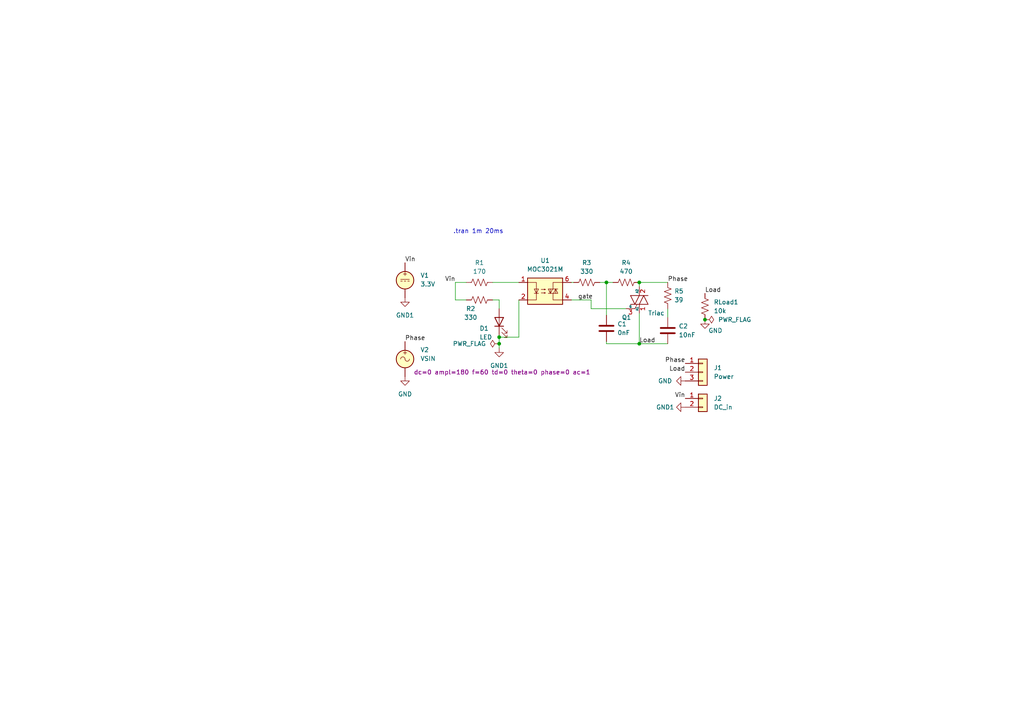
<source format=kicad_sch>
(kicad_sch (version 20230121) (generator eeschema)
  (paper "A4")
  (lib_symbols
    (symbol "Connector_Generic:Conn_01x02" (pin_names (offset 1.016) hide)
      (property "Reference" "J" (at 0 2.54 0))
      (property "Value" "Conn_01x02" (at 0 -5.08 0))
      (symbol "Conn_01x02_1_1"
        (rectangle (start -1.27 -2.413) (end 0 -2.667) (stroke (width 0.1524)))
        (rectangle (start -1.27 0.127) (end 0 -0.127) (stroke (width 0.1524)))
        (rectangle (start -1.27 1.27) (end 1.27 -3.81) (stroke (width 0.254)) (fill (type background)))
        (pin passive line (at -5.08 0 0) (length 3.81) (name "Pin_1") (number "1"))
        (pin passive line (at -5.08 -2.54 0) (length 3.81) (name "Pin_2") (number "2"))
      )
    )
    (symbol "Connector_Generic:Conn_01x03" (pin_names (offset 1.016) hide)
      (property "Reference" "J" (at 0 5.08 0))
      (property "Value" "Conn_01x03" (at 0 -5.08 0))
      (symbol "Conn_01x03_1_1"
        (rectangle (start -1.27 -2.413) (end 0 -2.667) (stroke (width 0.1524)))
        (rectangle (start -1.27 0.127) (end 0 -0.127) (stroke (width 0.1524)))
        (rectangle (start -1.27 2.667) (end 0 2.413) (stroke (width 0.1524)))
        (rectangle (start -1.27 3.81) (end 1.27 -3.81) (stroke (width 0.254)) (fill (type background)))
        (pin passive line (at -5.08 2.54 0) (length 3.81) (name "Pin_1") (number "1"))
        (pin passive line (at -5.08 0 0) (length 3.81) (name "Pin_2") (number "2"))
        (pin passive line (at -5.08 -2.54 0) (length 3.81) (name "Pin_3") (number "3"))
      )
    )
    (symbol "Device:C" (pin_numbers hide) (pin_names (offset 0.254))
      (property "Reference" "C" (at 0.635 2.54 0))
      (property "Value" "C" (at 0.635 -2.54 0))
      (symbol "C_0_1"
        (polyline (pts (xy -2.032 -0.762) (xy 2.032 -0.762)) (stroke (width 0.508)))
        (polyline (pts (xy -2.032 0.762) (xy 2.032 0.762)) (stroke (width 0.508)))
      )
      (symbol "C_1_1"
        (pin passive line (at 0 3.81 270) (length 2.794) (name "~") (number "1"))
        (pin passive line (at 0 -3.81 90) (length 2.794) (name "~") (number "2"))
      )
    )
    (symbol "Device:LED" (pin_numbers hide) (pin_names (offset 1.016) hide)
      (property "Reference" "D" (at 0 2.54 0))
      (property "Value" "LED" (at 0 -2.54 0))
      (symbol "LED_0_1"
        (polyline (pts (xy -1.27 -1.27) (xy -1.27 1.27)) (stroke (width 0.254)))
        (polyline (pts (xy -1.27 0) (xy 1.27 0)))
        (polyline (pts (xy 1.27 -1.27) (xy 1.27 1.27) (xy -1.27 0) (xy 1.27 -1.27)) (stroke (width 0.254)))
        (polyline (pts (xy -3.048 -0.762) (xy -4.572 -2.286) (xy -3.81 -2.286) (xy -4.572 -2.286) (xy -4.572 -1.524)))
        (polyline (pts (xy -1.778 -0.762) (xy -3.302 -2.286) (xy -2.54 -2.286) (xy -3.302 -2.286) (xy -3.302 -1.524)))
      )
      (symbol "LED_1_1"
        (pin passive line (at -3.81 0 0) (length 2.54) (name "K") (number "1"))
        (pin passive line (at 3.81 0 180) (length 2.54) (name "A") (number "2"))
      )
    )
    (symbol "Device:R_US" (pin_numbers hide) (pin_names (offset 0))
      (property "Reference" "R" (at 2.54 0 90))
      (property "Value" "R_US" (at -2.54 0 90))
      (symbol "R_US_0_1"
        (polyline (pts (xy 0 -2.286) (xy 0 -2.54)))
        (polyline (pts (xy 0 2.286) (xy 0 2.54)))
        (polyline (pts (xy 0 -0.762) (xy 1.016 -1.143) (xy 0 -1.524) (xy -1.016 -1.905) (xy 0 -2.286)))
        (polyline (pts (xy 0 0.762) (xy 1.016 0.381) (xy 0 0) (xy -1.016 -0.381) (xy 0 -0.762)))
        (polyline (pts (xy 0 2.286) (xy 1.016 1.905) (xy 0 1.524) (xy -1.016 1.143) (xy 0 0.762)))
      )
      (symbol "R_US_1_1"
        (pin passive line (at 0 3.81 270) (length 1.27) (name "~") (number "1"))
        (pin passive line (at 0 -3.81 90) (length 1.27) (name "~") (number "2"))
      )
    )
    (symbol "Relay_SolidState:MOC3021M"
      (property "Reference" "U" (at -5.334 4.826 0))
      (property "Value" "MOC3021M" (at 0 5.08 0))
      (symbol "MOC3021M_0_1"
        (rectangle (start -5.08 3.81) (end 5.08 -3.81) (stroke (width 0.254)) (fill (type background)))
        (polyline (pts (xy -3.175 -0.635) (xy -1.905 -0.635)))
        (polyline (pts (xy 1.524 -0.635) (xy 1.524 0.635)))
        (polyline (pts (xy 3.048 0.635) (xy 3.048 -0.635)))
        (polyline (pts (xy 2.286 -0.635) (xy 2.286 -2.54) (xy 5.08 -2.54)))
        (polyline (pts (xy 2.286 0.635) (xy 2.286 2.54) (xy 5.08 2.54)))
        (polyline (pts (xy -5.08 2.54) (xy -2.54 2.54) (xy -2.54 -2.54) (xy -5.08 -2.54)))
        (polyline (pts (xy -2.54 -0.635) (xy -3.175 0.635) (xy -1.905 0.635) (xy -2.54 -0.635)))
        (polyline (pts (xy 0.889 -0.635) (xy 3.683 -0.635) (xy 3.048 0.635) (xy 2.413 -0.635)))
        (polyline (pts (xy 3.683 0.635) (xy 0.889 0.635) (xy 1.524 -0.635) (xy 2.159 0.635)))
        (polyline (pts (xy -1.143 -0.508) (xy 0.127 -0.508) (xy -0.254 -0.635) (xy -0.254 -0.381) (xy 0.127 -0.508)))
        (polyline (pts (xy -1.143 0.508) (xy 0.127 0.508) (xy -0.254 0.381) (xy -0.254 0.635) (xy 0.127 0.508)))
      )
      (symbol "MOC3021M_1_1"
        (pin passive line (at -7.62 2.54 0) (length 2.54) (name "~") (number "1"))
        (pin passive line (at -7.62 -2.54 0) (length 2.54) (name "~") (number "2"))
        (pin no_connect line (at -5.08 0 0) (length 2.54) hide (name "NC") (number "3"))
        (pin passive line (at 7.62 -2.54 180) (length 2.54) (name "~") (number "4"))
        (pin no_connect line (at 5.08 0 180) (length 2.54) hide (name "NC") (number "5"))
        (pin passive line (at 7.62 2.54 180) (length 2.54) (name "~") (number "6"))
      )
    )
    (symbol "Simulation_SPICE:VDC" (pin_numbers hide) (pin_names (offset 0.0254))
      (property "Reference" "V" (at 2.54 2.54 0))
      (property "Value" "1" (at 2.54 0 0))
      (symbol "VDC_0_0"
        (polyline (pts (xy -1.27 0.254) (xy 1.27 0.254)))
        (polyline (pts (xy -0.762 -0.254) (xy -1.27 -0.254)))
        (polyline (pts (xy 0.254 -0.254) (xy -0.254 -0.254)))
        (polyline (pts (xy 1.27 -0.254) (xy 0.762 -0.254)))
        (text "+" (at 0 1.905 0) (effects (font (size 1.27 1.27))))
      )
      (symbol "VDC_0_1"
        (circle (center 0 0) (radius 2.54) (stroke (width 0.254)) (fill (type background)))
      )
      (symbol "VDC_1_1"
        (pin passive line (at 0 5.08 270) (length 2.54) (name "~") (number "1"))
        (pin passive line (at 0 -5.08 90) (length 2.54) (name "~") (number "2"))
      )
    )
    (symbol "Simulation_SPICE:VSIN" (pin_numbers hide) (pin_names (offset 0.0254))
      (property "Reference" "V" (at 2.54 2.54 0))
      (property "Value" "VSIN" (at 2.54 0 0))
      (property "Sim.Params" "dc=0 ampl=1 f=1k ac=1" (at 2.54 -2.54 0))
      (symbol "VSIN_0_0"
        (arc (start 0 0) (mid -0.635 0.6323) (end -1.27 0))
        (arc (start 0 0) (mid 0.635 -0.6323) (end 1.27 0))
        (text "+" (at 0 1.905 0) (effects (font (size 1.27 1.27))))
      )
      (symbol "VSIN_0_1"
        (circle (center 0 0) (radius 2.54) (stroke (width 0.254)) (fill (type background)))
      )
      (symbol "VSIN_1_1"
        (pin passive line (at 0 5.08 270) (length 2.54) (name "~") (number "1"))
        (pin passive line (at 0 -5.08 90) (length 2.54) (name "~") (number "2"))
      )
    )
    (symbol "Triac_Thyristor:BT136-600" (pin_names (offset 0))
      (property "Reference" "Q" (at 5.08 1.905 0))
      (property "Value" "BT136-600" (at 5.08 0 0))
      (symbol "BT136-600_0_1"
        (polyline (pts (xy -2.54 -1.27) (xy 2.54 -1.27)) (stroke (width 0.2032)))
        (polyline (pts (xy -2.54 1.27) (xy 2.54 1.27)) (stroke (width 0.2032)))
        (polyline (pts (xy -1.27 -2.54) (xy -0.635 -1.27)))
        (polyline (pts (xy -2.54 1.27) (xy -1.27 -1.27) (xy 0 1.27)) (stroke (width 0.2032)))
        (polyline (pts (xy 0 -1.27) (xy 1.27 1.27) (xy 2.54 -1.27)) (stroke (width 0.2032)))
      )
      (symbol "BT136-600_1_1"
        (pin passive line (at 0 -3.81 90) (length 2.54) (name "A1") (number "1"))
        (pin passive line (at 0 3.81 270) (length 2.54) (name "A2") (number "2"))
        (pin input line (at -3.81 -2.54 0) (length 2.54) (name "G") (number "3"))
      )
    )
    (symbol "power:GND" (power) (pin_names (offset 0))
      (property "Value" "GND" (at 0 -3.81 0))
      (symbol "GND_0_1"
        (polyline (pts (xy 0 0) (xy 0 -1.27) (xy 1.27 -1.27) (xy 0 -2.54) (xy -1.27 -1.27) (xy 0 -1.27)))
      )
      (symbol "GND_1_1"
        (pin power_in line (at 0 0 270) (length 0) hide (name "GND") (number "1"))
      )
    )
    (symbol "power:GND1" (power) (pin_names (offset 0))
      (property "Value" "GND1" (at 0 -3.81 0))
      (symbol "GND1_0_1"
        (polyline (pts (xy 0 0) (xy 0 -1.27) (xy 1.27 -1.27) (xy 0 -2.54) (xy -1.27 -1.27) (xy 0 -1.27)))
      )
      (symbol "GND1_1_1"
        (pin power_in line (at 0 0 270) (length 0) hide (name "GND1") (number "1"))
      )
    )
    (symbol "power:PWR_FLAG" (power) (pin_numbers hide) (pin_names (offset 0) hide)
      (property "Value" "PWR_FLAG" (at 0 3.81 0))
      (symbol "PWR_FLAG_0_0"
        (pin power_out line (at 0 0 90) (length 0) (name "pwr") (number "1"))
      )
      (symbol "PWR_FLAG_0_1"
        (polyline (pts (xy 0 0) (xy 0 1.27) (xy -1.016 1.905) (xy 0 2.54) (xy 1.016 1.905) (xy 0 1.27)))
      )
    )
  )
  (junction (at 185.42 81.915))
  (junction (at 144.78 97.79))
  (junction (at 204.47 92.71))
  (junction (at 185.42 99.695))
  (junction (at 175.895 81.915))
  (junction (at 144.78 99.695))
  (wire (pts (xy 185.42 81.915) (xy 185.42 83.185)))
  (wire (pts (xy 142.875 81.915) (xy 150.495 81.915)))
  (wire (pts (xy 185.42 99.695) (xy 193.675 99.695)))
  (wire (pts (xy 150.495 97.79) (xy 144.78 97.79)))
  (wire (pts (xy 165.735 86.995) (xy 171.45 86.995)))
  (wire (pts (xy 193.675 89.535) (xy 193.675 92.075)))
  (wire (pts (xy 142.875 86.995) (xy 144.78 86.995)))
  (wire (pts (xy 173.99 81.915) (xy 175.895 81.915)))
  (wire (pts (xy 144.78 100.965) (xy 144.78 99.695)))
  (wire (pts (xy 132.08 81.915) (xy 135.255 81.915)))
  (wire (pts (xy 132.08 86.995) (xy 135.255 86.995)))
  (wire (pts (xy 150.495 86.995) (xy 150.495 97.79)))
  (wire (pts (xy 144.78 99.695) (xy 144.78 97.79)))
  (wire (pts (xy 165.735 81.915) (xy 166.37 81.915)))
  (wire (pts (xy 175.895 99.06) (xy 175.895 99.695)))
  (wire (pts (xy 132.08 81.915) (xy 132.08 86.995)))
  (wire (pts (xy 185.42 81.915) (xy 193.675 81.915)))
  (wire (pts (xy 181.61 89.535) (xy 171.45 89.535)))
  (wire (pts (xy 185.42 90.805) (xy 185.42 99.695)))
  (wire (pts (xy 175.895 81.915) (xy 177.8 81.915)))
  (wire (pts (xy 144.78 86.995) (xy 144.78 89.535)))
  (wire (pts (xy 175.895 99.695) (xy 185.42 99.695)))
  (wire (pts (xy 171.45 89.535) (xy 171.45 86.995)))
  (wire (pts (xy 175.895 81.915) (xy 175.895 91.44)))
  (wire (pts (xy 144.78 97.155) (xy 144.78 97.79)))
  (text ".tran 1m 20ms" (at 131.445 67.945 0) (effects (font (size 1.27 1.27)) (justify left bottom)))
  (label "Vin" (at 132.08 81.915 180))
  (label "gate" (at 167.64 86.995 0))
  (label "Load" (at 185.42 99.695 0))
  (label "Phase" (at 117.475 99.06 0))
  (label "Load" (at 204.47 85.09 0))
  (label "Phase" (at 193.675 81.915 0))
  (label "Load" (at 198.755 107.95 180))
  (label "Phase" (at 198.755 105.41 180))
  (label "Vin" (at 117.475 76.2 0))
  (label "Vin" (at 198.755 115.57 180))
  (symbol (lib_id "Device:R_US") (at 139.065 86.995 90) (unit 1)
    (property "Reference" "R2" (at 136.525 89.535 90))
    (property "Value" "330" (at 136.525 92.075 90))
    (property "Footprint" "Resistor_SMD:R_0805_2012Metric_Pad1.20x1.40mm_HandSolder" (effects hide))
  )
  (symbol (lib_id "Device:R_US") (at 170.18 81.915 90) (unit 1)
    (property "Reference" "R3" (at 170.18 76.2 90))
    (property "Value" "330" (at 170.18 78.74 90))
    (property "Footprint" "Resistor_THT:R_Axial_DIN0207_L6.3mm_D2.5mm_P7.62mm_Horizontal" (effects hide))
  )
  (symbol (lib_id "power:PWR_FLAG") (at 144.78 99.695 90) (unit 1)
    (property "Reference" "#FLG01" (effects hide))
    (property "Value" "PWR_FLAG" (at 140.97 99.695 90) (effects (justify left)))
  )
  (symbol (lib_id "Device:R_US") (at 193.675 85.725 180) (unit 1)
    (property "Reference" "R5" (at 195.58 84.455 0) (effects (justify right)))
    (property "Value" "39" (at 195.58 86.995 0) (effects (justify right)))
    (property "Footprint" "Resistor_THT:R_Axial_DIN0207_L6.3mm_D2.5mm_P7.62mm_Horizontal" (effects hide))
  )
  (symbol (lib_id "Device:C") (at 193.675 95.885 0) (unit 1)
    (property "Reference" "C2" (at 196.85 94.615 0) (effects (justify left)))
    (property "Value" "10nF" (at 196.85 97.155 0) (effects (justify left)))
    (property "Footprint" "Capacitor_THT:C_Axial_L3.8mm_D2.6mm_P10.00mm_Horizontal" (effects hide))
  )
  (symbol (lib_id "power:GND") (at 204.47 92.71 0) (unit 1)
    (property "Reference" "#PWR05" (effects hide))
    (property "Value" "GND" (at 209.55 95.885 0) (effects (justify right)))
  )
  (symbol (lib_id "power:GND1") (at 198.755 118.11 270) (unit 1)
    (property "Reference" "#PWR03" (effects hide))
    (property "Value" "GND1" (at 195.58 118.11 90) (effects (justify right)))
  )
  (symbol (lib_id "Simulation_SPICE:VDC") (at 117.475 81.28 0) (unit 1) (in_bom no) (on_board no)
    (property "Reference" "V1" (at 121.92 79.8802 0) (effects (justify left)))
    (property "Value" "3.3V" (at 121.92 82.4202 0) (effects (justify left)))
    (property "Sim.Pins" "1=+ 2=-" (effects hide))
    (property "Sim.Type" "DC" (effects hide))
    (property "Sim.Device" "V" (effects hide))
  )
  (symbol (lib_id "Simulation_SPICE:VSIN") (at 117.475 104.14 0) (unit 1) (in_bom no) (on_board no)
    (property "Reference" "V2" (at 121.92 101.4702 0) (effects (justify left)))
    (property "Value" "VSIN" (at 121.92 104.0102 0) (effects (justify left)))
    (property "Sim.Pins" "1=+ 2=-" (effects hide))
    (property "Sim.Params" "dc=0 ampl=180 f=60 td=0 theta=0 phase=0 ac=1" (at 120.015 107.95 0) (effects (justify left)))
    (property "Sim.Type" "SIN" (effects hide))
    (property "Sim.Device" "V" (effects hide))
  )
  (symbol (lib_id "Device:R_US") (at 204.47 88.9 0) (unit 1) (in_bom no) (on_board no)
    (property "Reference" "RLoad1" (at 207.01 87.63 0) (effects (justify left)))
    (property "Value" "10k" (at 207.01 90.17 0) (effects (justify left)))
  )
  (symbol (lib_id "Triac_Thyristor:BT136-600") (at 185.42 86.995 0) (unit 1)
    (property "Reference" "Q1" (at 180.34 92.075 0) (effects (justify left)))
    (property "Value" "Triac" (at 187.96 90.805 0) (effects (justify left)))
    (property "Footprint" "Package_TO_SOT_THT:TO-220-3_Vertical" (effects hide))
    (property "Datasheet" "http://www.micropik.com/PDF/BT136-600.pdf" (effects hide))
    (property "Sim.Library" "/home/rnascunha/dev/kicad/kicad-libs/libs/st_standard_snubberless_triacs.lib" (effects hide))
    (property "Sim.Name" "BTB06-600C" (effects hide))
    (property "Sim.Device" "SUBCKT" (effects hide))
    (property "Sim.Pins" "1=K 2=A 3=G" (effects hide))
  )
  (symbol (lib_id "Connector_Generic:Conn_01x03") (at 203.835 107.95 0) (unit 1)
    (property "Reference" "J1" (at 207.01 106.68 0) (effects (justify left)))
    (property "Value" "Power" (at 207.01 109.22 0) (effects (justify left)))
    (property "Footprint" "TerminalBlock_Phoenix:TerminalBlock_Phoenix_MKDS-1,5-3-5.08_1x03_P5.08mm_Horizontal" (effects hide))
    (property "Sim.Enable" "0" (effects hide))
  )
  (symbol (lib_id "Connector_Generic:Conn_01x02") (at 203.835 115.57 0) (unit 1)
    (property "Reference" "J2" (at 207.01 115.57 0) (effects (justify left)))
    (property "Value" "DC_in" (at 207.01 118.11 0) (effects (justify left)))
    (property "Footprint" "TerminalBlock_Phoenix:TerminalBlock_Phoenix_MKDS-1,5-2-5.08_1x02_P5.08mm_Horizontal" (effects hide))
    (property "Sim.Enable" "0" (effects hide))
  )
  (symbol (lib_id "power:GND1") (at 144.78 100.965 0) (unit 1)
    (property "Reference" "#PWR06" (effects hide))
    (property "Value" "GND1" (at 144.78 106.045 0))
  )
  (symbol (lib_id "Device:C") (at 175.895 95.25 0) (unit 1)
    (property "Reference" "C1" (at 179.07 93.98 0) (effects (justify left)))
    (property "Value" "0nF" (at 179.07 96.52 0) (effects (justify left)))
    (property "Footprint" "Capacitor_THT:C_Axial_L3.8mm_D2.6mm_P10.00mm_Horizontal" (effects hide))
    (property "Sim.Device" "C" (effects hide))
    (property "Sim.Pins" "1=+ 2=-" (effects hide))
  )
  (symbol (lib_id "Device:R_US") (at 139.065 81.915 90) (unit 1)
    (property "Reference" "R1" (at 139.065 76.2 90))
    (property "Value" "170" (at 139.065 78.74 90))
    (property "Footprint" "Resistor_SMD:R_0805_2012Metric_Pad1.20x1.40mm_HandSolder" (effects hide))
  )
  (symbol (lib_id "Device:LED") (at 144.78 93.345 90) (unit 1)
    (property "Reference" "D1" (at 139.065 95.25 90) (effects (justify right)))
    (property "Value" "LED" (at 139.065 97.79 90) (effects (justify right)))
    (property "Footprint" "LED_SMD:LED_0805_2012Metric_Pad1.15x1.40mm_HandSolder" (effects hide))
    (property "Sim.Device" "D" (effects hide))
    (property "Sim.Pins" "1=A 2=K" (effects hide))
    (property "Sim.Library" "/home/rnascunha/dev/kicad/kicad-libs/libs/led.lib" (effects hide))
    (property "Sim.Name" "LED_GENERAL" (effects hide))
  )
  (symbol (lib_id "power:GND") (at 117.475 109.22 0) (unit 1)
    (property "Reference" "#PWR01" (effects hide))
    (property "Value" "GND" (at 117.475 114.3 0))
  )
  (symbol (lib_id "Device:R_US") (at 181.61 81.915 90) (unit 1)
    (property "Reference" "R4" (at 181.61 76.2 90))
    (property "Value" "470" (at 181.61 78.74 90))
    (property "Footprint" "Resistor_THT:R_Axial_DIN0207_L6.3mm_D2.5mm_P7.62mm_Horizontal" (effects hide))
  )
  (symbol (lib_id "power:GND1") (at 117.475 86.36 0) (unit 1)
    (property "Reference" "#PWR02" (effects hide))
    (property "Value" "GND1" (at 117.475 91.44 0))
  )
  (symbol (lib_id "power:PWR_FLAG") (at 204.47 92.71 270) (unit 1)
    (property "Reference" "#FLG02" (effects hide))
    (property "Value" "PWR_FLAG" (at 208.28 92.71 90) (effects (justify left)))
  )
  (symbol (lib_id "power:GND") (at 198.755 110.49 270) (unit 1)
    (property "Reference" "#PWR04" (effects hide))
    (property "Value" "GND" (at 194.945 110.49 90) (effects (justify right)))
  )
  (symbol (lib_id "Relay_SolidState:MOC3021M") (at 158.115 84.455 0) (unit 1)
    (property "Reference" "U1" (at 158.115 75.565 0))
    (property "Value" "MOC3021M" (at 158.115 78.105 0))
    (property "Footprint" "moc3021:DIP762W45P254L889H508Q6" (effects hide))
    (property "Datasheet" "https://www.onsemi.com/pub/Collateral/MOC3023M-D.PDF" (effects hide))
    (property "Sim.Library" "/home/rnascunha/dev/kicad/kicad-libs/libs/moc3021/MOC302x.lib" (effects hide))
    (property "Sim.Name" "MOC3021" (effects hide))
    (property "Sim.Device" "SUBCKT" (effects hide))
    (property "Sim.Pins" "1=1 2=2 4=3 6=4" (effects hide))
  )
)
</source>
